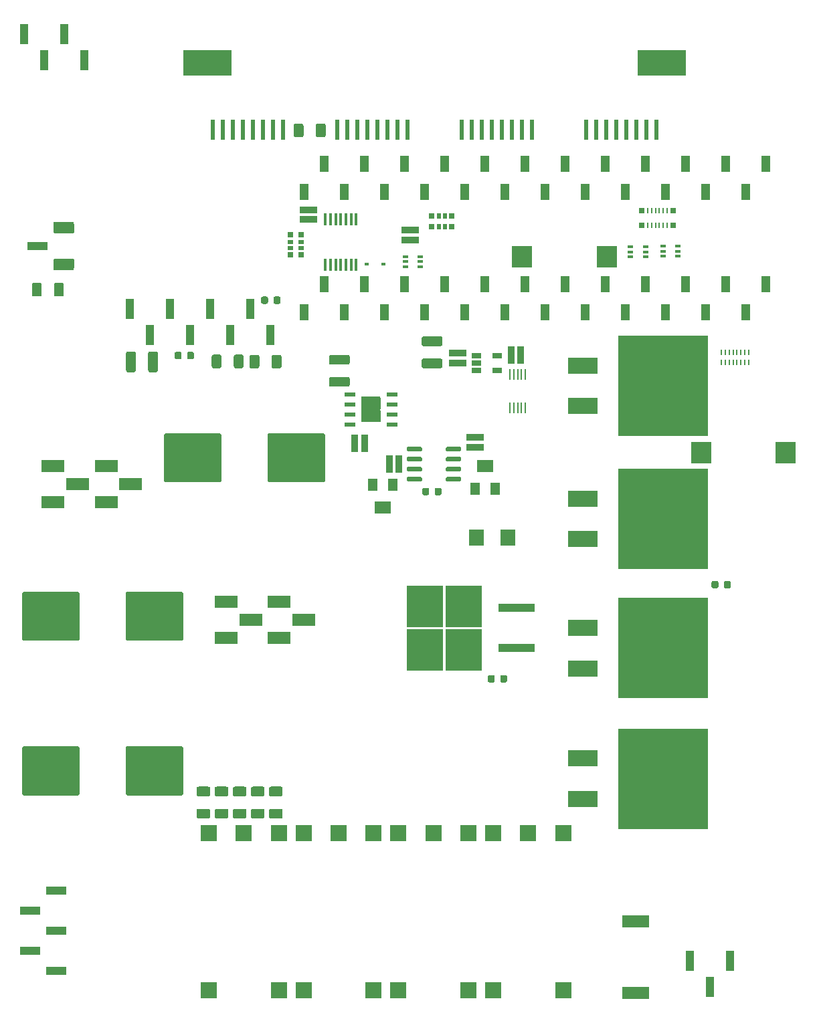
<source format=gtp>
G04 #@! TF.GenerationSoftware,KiCad,Pcbnew,(5.1.6)-1*
G04 #@! TF.CreationDate,2021-06-09T19:53:26-07:00*
G04 #@! TF.ProjectId,Four Channel MHz LED Driver - high current,466f7572-2043-4686-916e-6e656c204d48,rev?*
G04 #@! TF.SameCoordinates,Original*
G04 #@! TF.FileFunction,Paste,Top*
G04 #@! TF.FilePolarity,Positive*
%FSLAX46Y46*%
G04 Gerber Fmt 4.6, Leading zero omitted, Abs format (unit mm)*
G04 Created by KiCad (PCBNEW (5.1.6)-1) date 2021-06-09 19:53:26*
%MOMM*%
%LPD*%
G01*
G04 APERTURE LIST*
%ADD10C,0.010000*%
%ADD11C,0.152400*%
%ADD12R,0.290000X0.787400*%
%ADD13R,0.800000X0.787400*%
%ADD14R,3.800000X2.000000*%
%ADD15R,11.400000X12.700000*%
%ADD16R,3.000000X1.650000*%
%ADD17R,1.020000X1.905000*%
%ADD18R,0.700000X0.640000*%
%ADD19R,0.700000X0.500000*%
%ADD20R,6.220000X3.180000*%
%ADD21R,0.560000X2.540000*%
%ADD22R,0.640000X0.700000*%
%ADD23R,0.500000X0.700000*%
%ADD24R,1.000000X2.510000*%
%ADD25R,0.280000X1.470000*%
%ADD26R,0.900000X2.170000*%
%ADD27R,2.510000X1.000000*%
%ADD28R,0.410000X1.570000*%
%ADD29R,2.170000X0.900000*%
%ADD30R,1.955800X2.159000*%
%ADD31R,0.600000X0.450000*%
%ADD32R,2.600000X2.800000*%
%ADD33R,0.254000X0.685800*%
%ADD34R,1.270000X1.549400*%
%ADD35R,2.006600X1.549400*%
%ADD36R,2.000000X2.000000*%
%ADD37R,1.371600X0.482600*%
%ADD38R,2.413000X3.200400*%
%ADD39R,1.220000X0.650000*%
%ADD40R,4.550000X5.250000*%
%ADD41R,4.600000X1.100000*%
%ADD42R,0.650000X0.400000*%
%ADD43R,3.500000X1.500000*%
G04 APERTURE END LIST*
D10*
G36*
X117960000Y-67068000D02*
G01*
X118980000Y-67068000D01*
X118980000Y-68973000D01*
X117960000Y-68973000D01*
X117960000Y-67068000D01*
G37*
X117960000Y-67068000D02*
X118980000Y-67068000D01*
X118980000Y-68973000D01*
X117960000Y-68973000D01*
X117960000Y-67068000D01*
G36*
X120500000Y-70624000D02*
G01*
X121520000Y-70624000D01*
X121520000Y-72529000D01*
X120500000Y-72529000D01*
X120500000Y-70624000D01*
G37*
X120500000Y-70624000D02*
X121520000Y-70624000D01*
X121520000Y-72529000D01*
X120500000Y-72529000D01*
X120500000Y-70624000D01*
G36*
X148440000Y-67068000D02*
G01*
X149460000Y-67068000D01*
X149460000Y-68973000D01*
X148440000Y-68973000D01*
X148440000Y-67068000D01*
G37*
X148440000Y-67068000D02*
X149460000Y-67068000D01*
X149460000Y-68973000D01*
X148440000Y-68973000D01*
X148440000Y-67068000D01*
G36*
X138280000Y-67068000D02*
G01*
X139300000Y-67068000D01*
X139300000Y-68973000D01*
X138280000Y-68973000D01*
X138280000Y-67068000D01*
G37*
X138280000Y-67068000D02*
X139300000Y-67068000D01*
X139300000Y-68973000D01*
X138280000Y-68973000D01*
X138280000Y-67068000D01*
G36*
X128120000Y-67068000D02*
G01*
X129140000Y-67068000D01*
X129140000Y-68973000D01*
X128120000Y-68973000D01*
X128120000Y-67068000D01*
G37*
X128120000Y-67068000D02*
X129140000Y-67068000D01*
X129140000Y-68973000D01*
X128120000Y-68973000D01*
X128120000Y-67068000D01*
G36*
X133200000Y-67068000D02*
G01*
X134220000Y-67068000D01*
X134220000Y-68973000D01*
X133200000Y-68973000D01*
X133200000Y-67068000D01*
G37*
X133200000Y-67068000D02*
X134220000Y-67068000D01*
X134220000Y-68973000D01*
X133200000Y-68973000D01*
X133200000Y-67068000D01*
G36*
X110340000Y-70624000D02*
G01*
X111360000Y-70624000D01*
X111360000Y-72529000D01*
X110340000Y-72529000D01*
X110340000Y-70624000D01*
G37*
X110340000Y-70624000D02*
X111360000Y-70624000D01*
X111360000Y-72529000D01*
X110340000Y-72529000D01*
X110340000Y-70624000D01*
G36*
X123040000Y-67068000D02*
G01*
X124060000Y-67068000D01*
X124060000Y-68973000D01*
X123040000Y-68973000D01*
X123040000Y-67068000D01*
G37*
X123040000Y-67068000D02*
X124060000Y-67068000D01*
X124060000Y-68973000D01*
X123040000Y-68973000D01*
X123040000Y-67068000D01*
G36*
X145900000Y-70624000D02*
G01*
X146920000Y-70624000D01*
X146920000Y-72529000D01*
X145900000Y-72529000D01*
X145900000Y-70624000D01*
G37*
X145900000Y-70624000D02*
X146920000Y-70624000D01*
X146920000Y-72529000D01*
X145900000Y-72529000D01*
X145900000Y-70624000D01*
G36*
X143360000Y-67068000D02*
G01*
X144380000Y-67068000D01*
X144380000Y-68973000D01*
X143360000Y-68973000D01*
X143360000Y-67068000D01*
G37*
X143360000Y-67068000D02*
X144380000Y-67068000D01*
X144380000Y-68973000D01*
X143360000Y-68973000D01*
X143360000Y-67068000D01*
G36*
X140820000Y-70624000D02*
G01*
X141840000Y-70624000D01*
X141840000Y-72529000D01*
X140820000Y-72529000D01*
X140820000Y-70624000D01*
G37*
X140820000Y-70624000D02*
X141840000Y-70624000D01*
X141840000Y-72529000D01*
X140820000Y-72529000D01*
X140820000Y-70624000D01*
G36*
X107800000Y-67068000D02*
G01*
X108820000Y-67068000D01*
X108820000Y-68973000D01*
X107800000Y-68973000D01*
X107800000Y-67068000D01*
G37*
X107800000Y-67068000D02*
X108820000Y-67068000D01*
X108820000Y-68973000D01*
X107800000Y-68973000D01*
X107800000Y-67068000D01*
G36*
X135740000Y-70624000D02*
G01*
X136760000Y-70624000D01*
X136760000Y-72529000D01*
X135740000Y-72529000D01*
X135740000Y-70624000D01*
G37*
X135740000Y-70624000D02*
X136760000Y-70624000D01*
X136760000Y-72529000D01*
X135740000Y-72529000D01*
X135740000Y-70624000D01*
G36*
X112880000Y-67068000D02*
G01*
X113900000Y-67068000D01*
X113900000Y-68973000D01*
X112880000Y-68973000D01*
X112880000Y-67068000D01*
G37*
X112880000Y-67068000D02*
X113900000Y-67068000D01*
X113900000Y-68973000D01*
X112880000Y-68973000D01*
X112880000Y-67068000D01*
G36*
X130660000Y-70624000D02*
G01*
X131680000Y-70624000D01*
X131680000Y-72529000D01*
X130660000Y-72529000D01*
X130660000Y-70624000D01*
G37*
X130660000Y-70624000D02*
X131680000Y-70624000D01*
X131680000Y-72529000D01*
X130660000Y-72529000D01*
X130660000Y-70624000D01*
G36*
X125580000Y-70624000D02*
G01*
X126600000Y-70624000D01*
X126600000Y-72529000D01*
X125580000Y-72529000D01*
X125580000Y-70624000D01*
G37*
X125580000Y-70624000D02*
X126600000Y-70624000D01*
X126600000Y-72529000D01*
X125580000Y-72529000D01*
X125580000Y-70624000D01*
G36*
X115420000Y-70624000D02*
G01*
X116440000Y-70624000D01*
X116440000Y-72529000D01*
X115420000Y-72529000D01*
X115420000Y-70624000D01*
G37*
X115420000Y-70624000D02*
X116440000Y-70624000D01*
X116440000Y-72529000D01*
X115420000Y-72529000D01*
X115420000Y-70624000D01*
G36*
X95100000Y-70624000D02*
G01*
X96120000Y-70624000D01*
X96120000Y-72529000D01*
X95100000Y-72529000D01*
X95100000Y-70624000D01*
G37*
X95100000Y-70624000D02*
X96120000Y-70624000D01*
X96120000Y-72529000D01*
X95100000Y-72529000D01*
X95100000Y-70624000D01*
G36*
X90020000Y-70624000D02*
G01*
X91040000Y-70624000D01*
X91040000Y-72529000D01*
X90020000Y-72529000D01*
X90020000Y-70624000D01*
G37*
X90020000Y-70624000D02*
X91040000Y-70624000D01*
X91040000Y-72529000D01*
X90020000Y-72529000D01*
X90020000Y-70624000D01*
G36*
X105260000Y-70624000D02*
G01*
X106280000Y-70624000D01*
X106280000Y-72529000D01*
X105260000Y-72529000D01*
X105260000Y-70624000D01*
G37*
X105260000Y-70624000D02*
X106280000Y-70624000D01*
X106280000Y-72529000D01*
X105260000Y-72529000D01*
X105260000Y-70624000D01*
G36*
X92560000Y-67068000D02*
G01*
X93580000Y-67068000D01*
X93580000Y-68973000D01*
X92560000Y-68973000D01*
X92560000Y-67068000D01*
G37*
X92560000Y-67068000D02*
X93580000Y-67068000D01*
X93580000Y-68973000D01*
X92560000Y-68973000D01*
X92560000Y-67068000D01*
G36*
X102720000Y-67068000D02*
G01*
X103740000Y-67068000D01*
X103740000Y-68973000D01*
X102720000Y-68973000D01*
X102720000Y-67068000D01*
G37*
X102720000Y-67068000D02*
X103740000Y-67068000D01*
X103740000Y-68973000D01*
X102720000Y-68973000D01*
X102720000Y-67068000D01*
G36*
X100180000Y-70624000D02*
G01*
X101200000Y-70624000D01*
X101200000Y-72529000D01*
X100180000Y-72529000D01*
X100180000Y-70624000D01*
G37*
X100180000Y-70624000D02*
X101200000Y-70624000D01*
X101200000Y-72529000D01*
X100180000Y-72529000D01*
X100180000Y-70624000D01*
G36*
X97640000Y-67068000D02*
G01*
X98660000Y-67068000D01*
X98660000Y-68973000D01*
X97640000Y-68973000D01*
X97640000Y-67068000D01*
G37*
X97640000Y-67068000D02*
X98660000Y-67068000D01*
X98660000Y-68973000D01*
X97640000Y-68973000D01*
X97640000Y-67068000D01*
G36*
X148440000Y-82308000D02*
G01*
X149460000Y-82308000D01*
X149460000Y-84213000D01*
X148440000Y-84213000D01*
X148440000Y-82308000D01*
G37*
X148440000Y-82308000D02*
X149460000Y-82308000D01*
X149460000Y-84213000D01*
X148440000Y-84213000D01*
X148440000Y-82308000D01*
G36*
X145900000Y-85864000D02*
G01*
X146920000Y-85864000D01*
X146920000Y-87769000D01*
X145900000Y-87769000D01*
X145900000Y-85864000D01*
G37*
X145900000Y-85864000D02*
X146920000Y-85864000D01*
X146920000Y-87769000D01*
X145900000Y-87769000D01*
X145900000Y-85864000D01*
G36*
X143360000Y-82308000D02*
G01*
X144380000Y-82308000D01*
X144380000Y-84213000D01*
X143360000Y-84213000D01*
X143360000Y-82308000D01*
G37*
X143360000Y-82308000D02*
X144380000Y-82308000D01*
X144380000Y-84213000D01*
X143360000Y-84213000D01*
X143360000Y-82308000D01*
G36*
X140820000Y-85864000D02*
G01*
X141840000Y-85864000D01*
X141840000Y-87769000D01*
X140820000Y-87769000D01*
X140820000Y-85864000D01*
G37*
X140820000Y-85864000D02*
X141840000Y-85864000D01*
X141840000Y-87769000D01*
X140820000Y-87769000D01*
X140820000Y-85864000D01*
G36*
X138280000Y-82308000D02*
G01*
X139300000Y-82308000D01*
X139300000Y-84213000D01*
X138280000Y-84213000D01*
X138280000Y-82308000D01*
G37*
X138280000Y-82308000D02*
X139300000Y-82308000D01*
X139300000Y-84213000D01*
X138280000Y-84213000D01*
X138280000Y-82308000D01*
G36*
X135740000Y-85864000D02*
G01*
X136760000Y-85864000D01*
X136760000Y-87769000D01*
X135740000Y-87769000D01*
X135740000Y-85864000D01*
G37*
X135740000Y-85864000D02*
X136760000Y-85864000D01*
X136760000Y-87769000D01*
X135740000Y-87769000D01*
X135740000Y-85864000D01*
G36*
X133200000Y-82308000D02*
G01*
X134220000Y-82308000D01*
X134220000Y-84213000D01*
X133200000Y-84213000D01*
X133200000Y-82308000D01*
G37*
X133200000Y-82308000D02*
X134220000Y-82308000D01*
X134220000Y-84213000D01*
X133200000Y-84213000D01*
X133200000Y-82308000D01*
G36*
X130660000Y-85864000D02*
G01*
X131680000Y-85864000D01*
X131680000Y-87769000D01*
X130660000Y-87769000D01*
X130660000Y-85864000D01*
G37*
X130660000Y-85864000D02*
X131680000Y-85864000D01*
X131680000Y-87769000D01*
X130660000Y-87769000D01*
X130660000Y-85864000D01*
G36*
X128120000Y-82308000D02*
G01*
X129140000Y-82308000D01*
X129140000Y-84213000D01*
X128120000Y-84213000D01*
X128120000Y-82308000D01*
G37*
X128120000Y-82308000D02*
X129140000Y-82308000D01*
X129140000Y-84213000D01*
X128120000Y-84213000D01*
X128120000Y-82308000D01*
G36*
X125580000Y-85864000D02*
G01*
X126600000Y-85864000D01*
X126600000Y-87769000D01*
X125580000Y-87769000D01*
X125580000Y-85864000D01*
G37*
X125580000Y-85864000D02*
X126600000Y-85864000D01*
X126600000Y-87769000D01*
X125580000Y-87769000D01*
X125580000Y-85864000D01*
G36*
X123040000Y-82308000D02*
G01*
X124060000Y-82308000D01*
X124060000Y-84213000D01*
X123040000Y-84213000D01*
X123040000Y-82308000D01*
G37*
X123040000Y-82308000D02*
X124060000Y-82308000D01*
X124060000Y-84213000D01*
X123040000Y-84213000D01*
X123040000Y-82308000D01*
G36*
X120500000Y-85864000D02*
G01*
X121520000Y-85864000D01*
X121520000Y-87769000D01*
X120500000Y-87769000D01*
X120500000Y-85864000D01*
G37*
X120500000Y-85864000D02*
X121520000Y-85864000D01*
X121520000Y-87769000D01*
X120500000Y-87769000D01*
X120500000Y-85864000D01*
G36*
X117960000Y-82308000D02*
G01*
X118980000Y-82308000D01*
X118980000Y-84213000D01*
X117960000Y-84213000D01*
X117960000Y-82308000D01*
G37*
X117960000Y-82308000D02*
X118980000Y-82308000D01*
X118980000Y-84213000D01*
X117960000Y-84213000D01*
X117960000Y-82308000D01*
G36*
X115420000Y-85864000D02*
G01*
X116440000Y-85864000D01*
X116440000Y-87769000D01*
X115420000Y-87769000D01*
X115420000Y-85864000D01*
G37*
X115420000Y-85864000D02*
X116440000Y-85864000D01*
X116440000Y-87769000D01*
X115420000Y-87769000D01*
X115420000Y-85864000D01*
G36*
X112880000Y-82308000D02*
G01*
X113900000Y-82308000D01*
X113900000Y-84213000D01*
X112880000Y-84213000D01*
X112880000Y-82308000D01*
G37*
X112880000Y-82308000D02*
X113900000Y-82308000D01*
X113900000Y-84213000D01*
X112880000Y-84213000D01*
X112880000Y-82308000D01*
G36*
X110340000Y-85864000D02*
G01*
X111360000Y-85864000D01*
X111360000Y-87769000D01*
X110340000Y-87769000D01*
X110340000Y-85864000D01*
G37*
X110340000Y-85864000D02*
X111360000Y-85864000D01*
X111360000Y-87769000D01*
X110340000Y-87769000D01*
X110340000Y-85864000D01*
G36*
X107800000Y-82308000D02*
G01*
X108820000Y-82308000D01*
X108820000Y-84213000D01*
X107800000Y-84213000D01*
X107800000Y-82308000D01*
G37*
X107800000Y-82308000D02*
X108820000Y-82308000D01*
X108820000Y-84213000D01*
X107800000Y-84213000D01*
X107800000Y-82308000D01*
G36*
X105260000Y-85864000D02*
G01*
X106280000Y-85864000D01*
X106280000Y-87769000D01*
X105260000Y-87769000D01*
X105260000Y-85864000D01*
G37*
X105260000Y-85864000D02*
X106280000Y-85864000D01*
X106280000Y-87769000D01*
X105260000Y-87769000D01*
X105260000Y-85864000D01*
G36*
X102720000Y-82308000D02*
G01*
X103740000Y-82308000D01*
X103740000Y-84213000D01*
X102720000Y-84213000D01*
X102720000Y-82308000D01*
G37*
X102720000Y-82308000D02*
X103740000Y-82308000D01*
X103740000Y-84213000D01*
X102720000Y-84213000D01*
X102720000Y-82308000D01*
G36*
X100180000Y-85864000D02*
G01*
X101200000Y-85864000D01*
X101200000Y-87769000D01*
X100180000Y-87769000D01*
X100180000Y-85864000D01*
G37*
X100180000Y-85864000D02*
X101200000Y-85864000D01*
X101200000Y-87769000D01*
X100180000Y-87769000D01*
X100180000Y-85864000D01*
G36*
X97640000Y-82308000D02*
G01*
X98660000Y-82308000D01*
X98660000Y-84213000D01*
X97640000Y-84213000D01*
X97640000Y-82308000D01*
G37*
X97640000Y-82308000D02*
X98660000Y-82308000D01*
X98660000Y-84213000D01*
X97640000Y-84213000D01*
X97640000Y-82308000D01*
G36*
X95100000Y-85864000D02*
G01*
X96120000Y-85864000D01*
X96120000Y-87769000D01*
X95100000Y-87769000D01*
X95100000Y-85864000D01*
G37*
X95100000Y-85864000D02*
X96120000Y-85864000D01*
X96120000Y-87769000D01*
X95100000Y-87769000D01*
X95100000Y-85864000D01*
G36*
X92560000Y-82308000D02*
G01*
X93580000Y-82308000D01*
X93580000Y-84213000D01*
X92560000Y-84213000D01*
X92560000Y-82308000D01*
G37*
X92560000Y-82308000D02*
X93580000Y-82308000D01*
X93580000Y-84213000D01*
X92560000Y-84213000D01*
X92560000Y-82308000D01*
G36*
X90020000Y-85864000D02*
G01*
X91040000Y-85864000D01*
X91040000Y-87769000D01*
X90020000Y-87769000D01*
X90020000Y-85864000D01*
G37*
X90020000Y-85864000D02*
X91040000Y-85864000D01*
X91040000Y-87769000D01*
X90020000Y-87769000D01*
X90020000Y-85864000D01*
D11*
X100136500Y-100670200D02*
X100136500Y-99270000D01*
X100136500Y-99270000D02*
X97923500Y-99270000D01*
X97923500Y-99270000D02*
X97923500Y-100670200D01*
X97923500Y-100670200D02*
X100136500Y-100670200D01*
X100136500Y-99070000D02*
X100136500Y-97669800D01*
X100136500Y-97669800D02*
X97923500Y-97669800D01*
X97923500Y-97669800D02*
X97923500Y-99070000D01*
X97923500Y-99070000D02*
X100136500Y-99070000D01*
D12*
X136010156Y-75834400D03*
X136503678Y-75834400D03*
X134036068Y-75834400D03*
X134529590Y-75834400D03*
X135516634Y-75834400D03*
X134036068Y-74005600D03*
X135023112Y-75834400D03*
X134529590Y-74005600D03*
X135023112Y-74005600D03*
X135516634Y-74005600D03*
X136010156Y-74005600D03*
X136503678Y-74005600D03*
D13*
X137251200Y-74005600D03*
X133288800Y-74005600D03*
X133288800Y-75834400D03*
X137251200Y-75834400D03*
G36*
G01*
X142987500Y-121093750D02*
X142987500Y-121606250D01*
G75*
G02*
X142768750Y-121825000I-218750J0D01*
G01*
X142331250Y-121825000D01*
G75*
G02*
X142112500Y-121606250I0J218750D01*
G01*
X142112500Y-121093750D01*
G75*
G02*
X142331250Y-120875000I218750J0D01*
G01*
X142768750Y-120875000D01*
G75*
G02*
X142987500Y-121093750I0J-218750D01*
G01*
G37*
G36*
G01*
X144562500Y-121093750D02*
X144562500Y-121606250D01*
G75*
G02*
X144343750Y-121825000I-218750J0D01*
G01*
X143906250Y-121825000D01*
G75*
G02*
X143687500Y-121606250I0J218750D01*
G01*
X143687500Y-121093750D01*
G75*
G02*
X143906250Y-120875000I218750J0D01*
G01*
X144343750Y-120875000D01*
G75*
G02*
X144562500Y-121093750I0J-218750D01*
G01*
G37*
D14*
X125820000Y-98740000D03*
X125820000Y-93640000D03*
D15*
X136020000Y-96190000D03*
D14*
X125830000Y-115570000D03*
X125830000Y-110470000D03*
D15*
X136030000Y-113020000D03*
D14*
X125830000Y-148460000D03*
X125830000Y-143360000D03*
D15*
X136030000Y-145910000D03*
D14*
X125830000Y-131940000D03*
X125830000Y-126840000D03*
D15*
X136030000Y-129390000D03*
D16*
X87430000Y-123545000D03*
X87430000Y-128115000D03*
X90530000Y-125830000D03*
X80720000Y-128115000D03*
X83820000Y-125830000D03*
X80720000Y-123545000D03*
D17*
X148950000Y-83260000D03*
X146410000Y-86816000D03*
X143870000Y-83260000D03*
X141330000Y-86816000D03*
X138790000Y-83260000D03*
X136250000Y-86816000D03*
X133710000Y-83260000D03*
X131170000Y-86816000D03*
X128630000Y-83260000D03*
X126090000Y-86816000D03*
X123550000Y-83260000D03*
X121010000Y-86816000D03*
X118470000Y-83260000D03*
X115930000Y-86816000D03*
X113390000Y-83260000D03*
X110850000Y-86816000D03*
X108310000Y-83260000D03*
X105770000Y-86816000D03*
X103230000Y-83260000D03*
X100690000Y-86816000D03*
X98150000Y-83260000D03*
X95610000Y-86816000D03*
X93070000Y-83260000D03*
X90530000Y-86816000D03*
X100690000Y-71576000D03*
X118470000Y-68020000D03*
X128630000Y-68020000D03*
X133710000Y-68020000D03*
X143870000Y-68020000D03*
X146410000Y-71576000D03*
X113390000Y-68020000D03*
X95610000Y-71576000D03*
X103230000Y-68020000D03*
X108310000Y-68020000D03*
X110850000Y-71576000D03*
X123550000Y-68020000D03*
X136250000Y-71576000D03*
X126090000Y-71576000D03*
X138790000Y-68020000D03*
X90530000Y-71576000D03*
X105770000Y-71576000D03*
X93070000Y-68020000D03*
X98150000Y-68020000D03*
X115930000Y-71576000D03*
X131170000Y-71576000D03*
X141330000Y-71576000D03*
X148950000Y-68020000D03*
X121010000Y-71576000D03*
D18*
X90190000Y-79610000D03*
D19*
X90190000Y-77940000D03*
X90190000Y-78740000D03*
D18*
X90190000Y-77070000D03*
D19*
X88790000Y-78740000D03*
D18*
X88790000Y-79610000D03*
D19*
X88790000Y-77940000D03*
D18*
X88790000Y-77070000D03*
D16*
X65510000Y-106335000D03*
X65510000Y-110905000D03*
X68610000Y-108620000D03*
X58800000Y-110905000D03*
X61900000Y-108620000D03*
X58800000Y-106335000D03*
D20*
X135852500Y-55310000D03*
X78292500Y-55310000D03*
D21*
X135135000Y-63760000D03*
X133865000Y-63760000D03*
X132595000Y-63760000D03*
X131325000Y-63760000D03*
X130055000Y-63760000D03*
X128785000Y-63760000D03*
X127515000Y-63760000D03*
X126245000Y-63760000D03*
X119390000Y-63760000D03*
X118120000Y-63760000D03*
X116850000Y-63760000D03*
X115580000Y-63760000D03*
X114310000Y-63760000D03*
X113040000Y-63760000D03*
X111770000Y-63760000D03*
X110500000Y-63760000D03*
X103645000Y-63760000D03*
X102375000Y-63760000D03*
X101105000Y-63760000D03*
X99835000Y-63760000D03*
X98565000Y-63760000D03*
X97295000Y-63760000D03*
X96025000Y-63760000D03*
X94755000Y-63760000D03*
X87900000Y-63760000D03*
X86630000Y-63760000D03*
X85360000Y-63760000D03*
X84090000Y-63760000D03*
X82820000Y-63760000D03*
X81550000Y-63760000D03*
X80280000Y-63760000D03*
X79010000Y-63760000D03*
D22*
X109260000Y-74650000D03*
D23*
X107590000Y-74650000D03*
X108390000Y-74650000D03*
D22*
X106720000Y-74650000D03*
D23*
X108390000Y-76050000D03*
D22*
X109260000Y-76050000D03*
D23*
X107590000Y-76050000D03*
D22*
X106720000Y-76050000D03*
G36*
G01*
X62160000Y-142003600D02*
X62160000Y-147856400D01*
G75*
G02*
X61986400Y-148030000I-173600J0D01*
G01*
X55033600Y-148030000D01*
G75*
G02*
X54860000Y-147856400I0J173600D01*
G01*
X54860000Y-142003600D01*
G75*
G02*
X55033600Y-141830000I173600J0D01*
G01*
X61986400Y-141830000D01*
G75*
G02*
X62160000Y-142003600I0J-173600D01*
G01*
G37*
G36*
G01*
X75260000Y-142003600D02*
X75260000Y-147856400D01*
G75*
G02*
X75086400Y-148030000I-173600J0D01*
G01*
X68133600Y-148030000D01*
G75*
G02*
X67960000Y-147856400I0J173600D01*
G01*
X67960000Y-142003600D01*
G75*
G02*
X68133600Y-141830000I173600J0D01*
G01*
X75086400Y-141830000D01*
G75*
G02*
X75260000Y-142003600I0J-173600D01*
G01*
G37*
G36*
G01*
X62170000Y-122433600D02*
X62170000Y-128286400D01*
G75*
G02*
X61996400Y-128460000I-173600J0D01*
G01*
X55043600Y-128460000D01*
G75*
G02*
X54870000Y-128286400I0J173600D01*
G01*
X54870000Y-122433600D01*
G75*
G02*
X55043600Y-122260000I173600J0D01*
G01*
X61996400Y-122260000D01*
G75*
G02*
X62170000Y-122433600I0J-173600D01*
G01*
G37*
G36*
G01*
X75270000Y-122433600D02*
X75270000Y-128286400D01*
G75*
G02*
X75096400Y-128460000I-173600J0D01*
G01*
X68143600Y-128460000D01*
G75*
G02*
X67970000Y-128286400I0J173600D01*
G01*
X67970000Y-122433600D01*
G75*
G02*
X68143600Y-122260000I173600J0D01*
G01*
X75096400Y-122260000D01*
G75*
G02*
X75270000Y-122433600I0J-173600D01*
G01*
G37*
G36*
G01*
X85910000Y-108226400D02*
X85910000Y-102373600D01*
G75*
G02*
X86083600Y-102200000I173600J0D01*
G01*
X93036400Y-102200000D01*
G75*
G02*
X93210000Y-102373600I0J-173600D01*
G01*
X93210000Y-108226400D01*
G75*
G02*
X93036400Y-108400000I-173600J0D01*
G01*
X86083600Y-108400000D01*
G75*
G02*
X85910000Y-108226400I0J173600D01*
G01*
G37*
G36*
G01*
X72810000Y-108226400D02*
X72810000Y-102373600D01*
G75*
G02*
X72983600Y-102200000I173600J0D01*
G01*
X79936400Y-102200000D01*
G75*
G02*
X80110000Y-102373600I0J-173600D01*
G01*
X80110000Y-108226400D01*
G75*
G02*
X79936400Y-108400000I-173600J0D01*
G01*
X72983600Y-108400000D01*
G75*
G02*
X72810000Y-108226400I0J173600D01*
G01*
G37*
D24*
X83750000Y-86410000D03*
X78670000Y-86410000D03*
X73590000Y-86410000D03*
X68510000Y-86410000D03*
X86290000Y-89720000D03*
X81210000Y-89720000D03*
X76130000Y-89720000D03*
X71050000Y-89720000D03*
G36*
G01*
X105485000Y-107850000D02*
X105485000Y-108150000D01*
G75*
G02*
X105335000Y-108300000I-150000J0D01*
G01*
X103685000Y-108300000D01*
G75*
G02*
X103535000Y-108150000I0J150000D01*
G01*
X103535000Y-107850000D01*
G75*
G02*
X103685000Y-107700000I150000J0D01*
G01*
X105335000Y-107700000D01*
G75*
G02*
X105485000Y-107850000I0J-150000D01*
G01*
G37*
G36*
G01*
X105485000Y-106580000D02*
X105485000Y-106880000D01*
G75*
G02*
X105335000Y-107030000I-150000J0D01*
G01*
X103685000Y-107030000D01*
G75*
G02*
X103535000Y-106880000I0J150000D01*
G01*
X103535000Y-106580000D01*
G75*
G02*
X103685000Y-106430000I150000J0D01*
G01*
X105335000Y-106430000D01*
G75*
G02*
X105485000Y-106580000I0J-150000D01*
G01*
G37*
G36*
G01*
X105485000Y-105310000D02*
X105485000Y-105610000D01*
G75*
G02*
X105335000Y-105760000I-150000J0D01*
G01*
X103685000Y-105760000D01*
G75*
G02*
X103535000Y-105610000I0J150000D01*
G01*
X103535000Y-105310000D01*
G75*
G02*
X103685000Y-105160000I150000J0D01*
G01*
X105335000Y-105160000D01*
G75*
G02*
X105485000Y-105310000I0J-150000D01*
G01*
G37*
G36*
G01*
X105485000Y-104040000D02*
X105485000Y-104340000D01*
G75*
G02*
X105335000Y-104490000I-150000J0D01*
G01*
X103685000Y-104490000D01*
G75*
G02*
X103535000Y-104340000I0J150000D01*
G01*
X103535000Y-104040000D01*
G75*
G02*
X103685000Y-103890000I150000J0D01*
G01*
X105335000Y-103890000D01*
G75*
G02*
X105485000Y-104040000I0J-150000D01*
G01*
G37*
G36*
G01*
X110435000Y-104040000D02*
X110435000Y-104340000D01*
G75*
G02*
X110285000Y-104490000I-150000J0D01*
G01*
X108635000Y-104490000D01*
G75*
G02*
X108485000Y-104340000I0J150000D01*
G01*
X108485000Y-104040000D01*
G75*
G02*
X108635000Y-103890000I150000J0D01*
G01*
X110285000Y-103890000D01*
G75*
G02*
X110435000Y-104040000I0J-150000D01*
G01*
G37*
G36*
G01*
X110435000Y-105310000D02*
X110435000Y-105610000D01*
G75*
G02*
X110285000Y-105760000I-150000J0D01*
G01*
X108635000Y-105760000D01*
G75*
G02*
X108485000Y-105610000I0J150000D01*
G01*
X108485000Y-105310000D01*
G75*
G02*
X108635000Y-105160000I150000J0D01*
G01*
X110285000Y-105160000D01*
G75*
G02*
X110435000Y-105310000I0J-150000D01*
G01*
G37*
G36*
G01*
X110435000Y-106580000D02*
X110435000Y-106880000D01*
G75*
G02*
X110285000Y-107030000I-150000J0D01*
G01*
X108635000Y-107030000D01*
G75*
G02*
X108485000Y-106880000I0J150000D01*
G01*
X108485000Y-106580000D01*
G75*
G02*
X108635000Y-106430000I150000J0D01*
G01*
X110285000Y-106430000D01*
G75*
G02*
X110435000Y-106580000I0J-150000D01*
G01*
G37*
G36*
G01*
X110435000Y-107850000D02*
X110435000Y-108150000D01*
G75*
G02*
X110285000Y-108300000I-150000J0D01*
G01*
X108635000Y-108300000D01*
G75*
G02*
X108485000Y-108150000I0J150000D01*
G01*
X108485000Y-107850000D01*
G75*
G02*
X108635000Y-107700000I150000J0D01*
G01*
X110285000Y-107700000D01*
G75*
G02*
X110435000Y-107850000I0J-150000D01*
G01*
G37*
D25*
X118580000Y-94700000D03*
X118080000Y-94700000D03*
X117580000Y-94700000D03*
X117080000Y-94700000D03*
X116580000Y-94700000D03*
X116580000Y-99000000D03*
X117080000Y-99000000D03*
X117580000Y-99000000D03*
X118080000Y-99000000D03*
X118580000Y-99000000D03*
D26*
X117960000Y-92270000D03*
X116740000Y-92270000D03*
D27*
X60135000Y-81020000D03*
X60135000Y-75940000D03*
X56825000Y-78480000D03*
D28*
X93250000Y-80830000D03*
X93900000Y-80830000D03*
X94550000Y-80830000D03*
X95200000Y-80830000D03*
X95850000Y-80830000D03*
X96500000Y-80830000D03*
X97150000Y-80830000D03*
X97150000Y-75090000D03*
X96500000Y-75090000D03*
X95850000Y-75090000D03*
X95200000Y-75090000D03*
X94550000Y-75090000D03*
X93900000Y-75090000D03*
X93250000Y-75090000D03*
G36*
G01*
X78445000Y-148175000D02*
X77195000Y-148175000D01*
G75*
G02*
X76945000Y-147925000I0J250000D01*
G01*
X76945000Y-147175000D01*
G75*
G02*
X77195000Y-146925000I250000J0D01*
G01*
X78445000Y-146925000D01*
G75*
G02*
X78695000Y-147175000I0J-250000D01*
G01*
X78695000Y-147925000D01*
G75*
G02*
X78445000Y-148175000I-250000J0D01*
G01*
G37*
G36*
G01*
X78445000Y-150975000D02*
X77195000Y-150975000D01*
G75*
G02*
X76945000Y-150725000I0J250000D01*
G01*
X76945000Y-149975000D01*
G75*
G02*
X77195000Y-149725000I250000J0D01*
G01*
X78445000Y-149725000D01*
G75*
G02*
X78695000Y-149975000I0J-250000D01*
G01*
X78695000Y-150725000D01*
G75*
G02*
X78445000Y-150975000I-250000J0D01*
G01*
G37*
G36*
G01*
X58915000Y-84615000D02*
X58915000Y-83365000D01*
G75*
G02*
X59165000Y-83115000I250000J0D01*
G01*
X59915000Y-83115000D01*
G75*
G02*
X60165000Y-83365000I0J-250000D01*
G01*
X60165000Y-84615000D01*
G75*
G02*
X59915000Y-84865000I-250000J0D01*
G01*
X59165000Y-84865000D01*
G75*
G02*
X58915000Y-84615000I0J250000D01*
G01*
G37*
G36*
G01*
X56115000Y-84615000D02*
X56115000Y-83365000D01*
G75*
G02*
X56365000Y-83115000I250000J0D01*
G01*
X57115000Y-83115000D01*
G75*
G02*
X57365000Y-83365000I0J-250000D01*
G01*
X57365000Y-84615000D01*
G75*
G02*
X57115000Y-84865000I-250000J0D01*
G01*
X56365000Y-84865000D01*
G75*
G02*
X56115000Y-84615000I0J250000D01*
G01*
G37*
G36*
G01*
X80115000Y-92455000D02*
X80115000Y-93705000D01*
G75*
G02*
X79865000Y-93955000I-250000J0D01*
G01*
X79115000Y-93955000D01*
G75*
G02*
X78865000Y-93705000I0J250000D01*
G01*
X78865000Y-92455000D01*
G75*
G02*
X79115000Y-92205000I250000J0D01*
G01*
X79865000Y-92205000D01*
G75*
G02*
X80115000Y-92455000I0J-250000D01*
G01*
G37*
G36*
G01*
X82915000Y-92455000D02*
X82915000Y-93705000D01*
G75*
G02*
X82665000Y-93955000I-250000J0D01*
G01*
X81915000Y-93955000D01*
G75*
G02*
X81665000Y-93705000I0J250000D01*
G01*
X81665000Y-92455000D01*
G75*
G02*
X81915000Y-92205000I250000J0D01*
G01*
X82665000Y-92205000D01*
G75*
G02*
X82915000Y-92455000I0J-250000D01*
G01*
G37*
D29*
X110030000Y-93260000D03*
X110030000Y-92040000D03*
D26*
X96980000Y-103440000D03*
X98200000Y-103440000D03*
D29*
X104020000Y-77690000D03*
X104020000Y-76470000D03*
G36*
G01*
X86002500Y-85073750D02*
X86002500Y-85586250D01*
G75*
G02*
X85783750Y-85805000I-218750J0D01*
G01*
X85346250Y-85805000D01*
G75*
G02*
X85127500Y-85586250I0J218750D01*
G01*
X85127500Y-85073750D01*
G75*
G02*
X85346250Y-84855000I218750J0D01*
G01*
X85783750Y-84855000D01*
G75*
G02*
X86002500Y-85073750I0J-218750D01*
G01*
G37*
G36*
G01*
X87577500Y-85073750D02*
X87577500Y-85586250D01*
G75*
G02*
X87358750Y-85805000I-218750J0D01*
G01*
X86921250Y-85805000D01*
G75*
G02*
X86702500Y-85586250I0J218750D01*
G01*
X86702500Y-85073750D01*
G75*
G02*
X86921250Y-84855000I218750J0D01*
G01*
X87358750Y-84855000D01*
G75*
G02*
X87577500Y-85073750I0J-218750D01*
G01*
G37*
G36*
G01*
X75057500Y-92073750D02*
X75057500Y-92586250D01*
G75*
G02*
X74838750Y-92805000I-218750J0D01*
G01*
X74401250Y-92805000D01*
G75*
G02*
X74182500Y-92586250I0J218750D01*
G01*
X74182500Y-92073750D01*
G75*
G02*
X74401250Y-91855000I218750J0D01*
G01*
X74838750Y-91855000D01*
G75*
G02*
X75057500Y-92073750I0J-218750D01*
G01*
G37*
G36*
G01*
X76632500Y-92073750D02*
X76632500Y-92586250D01*
G75*
G02*
X76413750Y-92805000I-218750J0D01*
G01*
X75976250Y-92805000D01*
G75*
G02*
X75757500Y-92586250I0J218750D01*
G01*
X75757500Y-92073750D01*
G75*
G02*
X75976250Y-91855000I218750J0D01*
G01*
X76413750Y-91855000D01*
G75*
G02*
X76632500Y-92073750I0J-218750D01*
G01*
G37*
D30*
X116320000Y-115420000D03*
X112383000Y-115420000D03*
D31*
X98510000Y-80720000D03*
X100610000Y-80720000D03*
G36*
G01*
X92035000Y-64455000D02*
X92035000Y-63205000D01*
G75*
G02*
X92285000Y-62955000I250000J0D01*
G01*
X93035000Y-62955000D01*
G75*
G02*
X93285000Y-63205000I0J-250000D01*
G01*
X93285000Y-64455000D01*
G75*
G02*
X93035000Y-64705000I-250000J0D01*
G01*
X92285000Y-64705000D01*
G75*
G02*
X92035000Y-64455000I0J250000D01*
G01*
G37*
G36*
G01*
X89235000Y-64455000D02*
X89235000Y-63205000D01*
G75*
G02*
X89485000Y-62955000I250000J0D01*
G01*
X90235000Y-62955000D01*
G75*
G02*
X90485000Y-63205000I0J-250000D01*
G01*
X90485000Y-64455000D01*
G75*
G02*
X90235000Y-64705000I-250000J0D01*
G01*
X89485000Y-64705000D01*
G75*
G02*
X89235000Y-64455000I0J250000D01*
G01*
G37*
D32*
X140780000Y-104610000D03*
X151480000Y-104610000D03*
G36*
G01*
X61255001Y-76895000D02*
X59104999Y-76895000D01*
G75*
G02*
X58855000Y-76645001I0J249999D01*
G01*
X58855000Y-75794999D01*
G75*
G02*
X59104999Y-75545000I249999J0D01*
G01*
X61255001Y-75545000D01*
G75*
G02*
X61505000Y-75794999I0J-249999D01*
G01*
X61505000Y-76645001D01*
G75*
G02*
X61255001Y-76895000I-249999J0D01*
G01*
G37*
G36*
G01*
X61255001Y-81395000D02*
X59104999Y-81395000D01*
G75*
G02*
X58855000Y-81145001I0J249999D01*
G01*
X58855000Y-80294999D01*
G75*
G02*
X59104999Y-80045000I249999J0D01*
G01*
X61255001Y-80045000D01*
G75*
G02*
X61505000Y-80294999I0J-249999D01*
G01*
X61505000Y-81145001D01*
G75*
G02*
X61255001Y-81395000I-249999J0D01*
G01*
G37*
G36*
G01*
X105675000Y-92705000D02*
X107825000Y-92705000D01*
G75*
G02*
X108075000Y-92955000I0J-250000D01*
G01*
X108075000Y-93705000D01*
G75*
G02*
X107825000Y-93955000I-250000J0D01*
G01*
X105675000Y-93955000D01*
G75*
G02*
X105425000Y-93705000I0J250000D01*
G01*
X105425000Y-92955000D01*
G75*
G02*
X105675000Y-92705000I250000J0D01*
G01*
G37*
G36*
G01*
X105675000Y-89905000D02*
X107825000Y-89905000D01*
G75*
G02*
X108075000Y-90155000I0J-250000D01*
G01*
X108075000Y-90905000D01*
G75*
G02*
X107825000Y-91155000I-250000J0D01*
G01*
X105675000Y-91155000D01*
G75*
G02*
X105425000Y-90905000I0J250000D01*
G01*
X105425000Y-90155000D01*
G75*
G02*
X105675000Y-89905000I250000J0D01*
G01*
G37*
G36*
G01*
X93955000Y-95045000D02*
X96105000Y-95045000D01*
G75*
G02*
X96355000Y-95295000I0J-250000D01*
G01*
X96355000Y-96045000D01*
G75*
G02*
X96105000Y-96295000I-250000J0D01*
G01*
X93955000Y-96295000D01*
G75*
G02*
X93705000Y-96045000I0J250000D01*
G01*
X93705000Y-95295000D01*
G75*
G02*
X93955000Y-95045000I250000J0D01*
G01*
G37*
G36*
G01*
X93955000Y-92245000D02*
X96105000Y-92245000D01*
G75*
G02*
X96355000Y-92495000I0J-250000D01*
G01*
X96355000Y-93245000D01*
G75*
G02*
X96105000Y-93495000I-250000J0D01*
G01*
X93955000Y-93495000D01*
G75*
G02*
X93705000Y-93245000I0J250000D01*
G01*
X93705000Y-92495000D01*
G75*
G02*
X93955000Y-92245000I250000J0D01*
G01*
G37*
D33*
X146840003Y-91919600D03*
X146340001Y-91919600D03*
X145840002Y-91919600D03*
X145340001Y-91919600D03*
X144840001Y-91919600D03*
X144340003Y-91919600D03*
X143840001Y-91919600D03*
X143340002Y-91919600D03*
X143339999Y-93210000D03*
X143840001Y-93210000D03*
X144340000Y-93210000D03*
X144840001Y-93210000D03*
X145340001Y-93210000D03*
X145839999Y-93210000D03*
X146340001Y-93210000D03*
X146840000Y-93210000D03*
D34*
X101790000Y-108674400D03*
D35*
X100520000Y-111570000D03*
D34*
X99250000Y-108674400D03*
D24*
X144450000Y-168945000D03*
X139370000Y-168945000D03*
X141910000Y-172255000D03*
D27*
X59210000Y-170220000D03*
X59210000Y-165140000D03*
X59210000Y-160060000D03*
X55900000Y-167680000D03*
X55900000Y-162600000D03*
D36*
X102500000Y-172700000D03*
X111360000Y-172700000D03*
X106930000Y-152810000D03*
X102500000Y-152810000D03*
X111360000Y-152810000D03*
D37*
X101697000Y-101075000D03*
X101697000Y-99805000D03*
X101697000Y-98535000D03*
X101697000Y-97265000D03*
X96363000Y-97265000D03*
X96363000Y-98535000D03*
X96363000Y-99805000D03*
X96363000Y-101075000D03*
D38*
X99030000Y-99170000D03*
D39*
X114970000Y-92340000D03*
X114970000Y-94240000D03*
X112350000Y-94240000D03*
X112350000Y-93290000D03*
X112350000Y-92340000D03*
D40*
X110730000Y-124080000D03*
X105880000Y-129630000D03*
X110730000Y-129630000D03*
X105880000Y-124080000D03*
D41*
X117455000Y-124315000D03*
X117455000Y-129395000D03*
D36*
X114490000Y-172700000D03*
X123350000Y-172700000D03*
X118920000Y-152810000D03*
X114490000Y-152810000D03*
X123350000Y-152810000D03*
D32*
X128850000Y-79850000D03*
X118150000Y-79850000D03*
D42*
X131860000Y-79860000D03*
X131860000Y-78560000D03*
X133760000Y-79210000D03*
X131860000Y-79210000D03*
X133760000Y-78560000D03*
X133760000Y-79860000D03*
X105250000Y-79810000D03*
X105250000Y-81110000D03*
X103350000Y-80460000D03*
X105250000Y-80460000D03*
X103350000Y-81110000D03*
X103350000Y-79810000D03*
D43*
X132500000Y-164020000D03*
X132500000Y-173020000D03*
G36*
G01*
X87605000Y-148175000D02*
X86355000Y-148175000D01*
G75*
G02*
X86105000Y-147925000I0J250000D01*
G01*
X86105000Y-147175000D01*
G75*
G02*
X86355000Y-146925000I250000J0D01*
G01*
X87605000Y-146925000D01*
G75*
G02*
X87855000Y-147175000I0J-250000D01*
G01*
X87855000Y-147925000D01*
G75*
G02*
X87605000Y-148175000I-250000J0D01*
G01*
G37*
G36*
G01*
X87605000Y-150975000D02*
X86355000Y-150975000D01*
G75*
G02*
X86105000Y-150725000I0J250000D01*
G01*
X86105000Y-149975000D01*
G75*
G02*
X86355000Y-149725000I250000J0D01*
G01*
X87605000Y-149725000D01*
G75*
G02*
X87855000Y-149975000I0J-250000D01*
G01*
X87855000Y-150725000D01*
G75*
G02*
X87605000Y-150975000I-250000J0D01*
G01*
G37*
D24*
X60180000Y-51630000D03*
X55100000Y-51630000D03*
X62720000Y-54940000D03*
X57640000Y-54940000D03*
D36*
X90500000Y-172700000D03*
X99360000Y-172700000D03*
X94930000Y-152810000D03*
X90500000Y-152810000D03*
X99360000Y-152810000D03*
X78500000Y-172700000D03*
X87360000Y-172700000D03*
X82930000Y-152810000D03*
X78500000Y-152810000D03*
X87360000Y-152810000D03*
G36*
G01*
X114682500Y-133023750D02*
X114682500Y-133536250D01*
G75*
G02*
X114463750Y-133755000I-218750J0D01*
G01*
X114026250Y-133755000D01*
G75*
G02*
X113807500Y-133536250I0J218750D01*
G01*
X113807500Y-133023750D01*
G75*
G02*
X114026250Y-132805000I218750J0D01*
G01*
X114463750Y-132805000D01*
G75*
G02*
X114682500Y-133023750I0J-218750D01*
G01*
G37*
G36*
G01*
X116257500Y-133023750D02*
X116257500Y-133536250D01*
G75*
G02*
X116038750Y-133755000I-218750J0D01*
G01*
X115601250Y-133755000D01*
G75*
G02*
X115382500Y-133536250I0J218750D01*
G01*
X115382500Y-133023750D01*
G75*
G02*
X115601250Y-132805000I218750J0D01*
G01*
X116038750Y-132805000D01*
G75*
G02*
X116257500Y-133023750I0J-218750D01*
G01*
G37*
D34*
X112200000Y-109220000D03*
D35*
X113470000Y-106324400D03*
D34*
X114740000Y-109220000D03*
G36*
G01*
X70825000Y-94215000D02*
X70825000Y-92065000D01*
G75*
G02*
X71075000Y-91815000I250000J0D01*
G01*
X71825000Y-91815000D01*
G75*
G02*
X72075000Y-92065000I0J-250000D01*
G01*
X72075000Y-94215000D01*
G75*
G02*
X71825000Y-94465000I-250000J0D01*
G01*
X71075000Y-94465000D01*
G75*
G02*
X70825000Y-94215000I0J250000D01*
G01*
G37*
G36*
G01*
X68025000Y-94215000D02*
X68025000Y-92065000D01*
G75*
G02*
X68275000Y-91815000I250000J0D01*
G01*
X69025000Y-91815000D01*
G75*
G02*
X69275000Y-92065000I0J-250000D01*
G01*
X69275000Y-94215000D01*
G75*
G02*
X69025000Y-94465000I-250000J0D01*
G01*
X68275000Y-94465000D01*
G75*
G02*
X68025000Y-94215000I0J250000D01*
G01*
G37*
D42*
X137890000Y-78460000D03*
X137890000Y-79760000D03*
X135990000Y-79110000D03*
X137890000Y-79110000D03*
X135990000Y-79760000D03*
X135990000Y-78460000D03*
D29*
X91110000Y-75090000D03*
X91110000Y-73870000D03*
G36*
G01*
X107082500Y-109816250D02*
X107082500Y-109303750D01*
G75*
G02*
X107301250Y-109085000I218750J0D01*
G01*
X107738750Y-109085000D01*
G75*
G02*
X107957500Y-109303750I0J-218750D01*
G01*
X107957500Y-109816250D01*
G75*
G02*
X107738750Y-110035000I-218750J0D01*
G01*
X107301250Y-110035000D01*
G75*
G02*
X107082500Y-109816250I0J218750D01*
G01*
G37*
G36*
G01*
X105507500Y-109816250D02*
X105507500Y-109303750D01*
G75*
G02*
X105726250Y-109085000I218750J0D01*
G01*
X106163750Y-109085000D01*
G75*
G02*
X106382500Y-109303750I0J-218750D01*
G01*
X106382500Y-109816250D01*
G75*
G02*
X106163750Y-110035000I-218750J0D01*
G01*
X105726250Y-110035000D01*
G75*
G02*
X105507500Y-109816250I0J218750D01*
G01*
G37*
X112230000Y-102720000D03*
X112230000Y-103940000D03*
D26*
X102540000Y-106070000D03*
X101320000Y-106070000D03*
G36*
G01*
X84895000Y-92485000D02*
X84895000Y-93735000D01*
G75*
G02*
X84645000Y-93985000I-250000J0D01*
G01*
X83895000Y-93985000D01*
G75*
G02*
X83645000Y-93735000I0J250000D01*
G01*
X83645000Y-92485000D01*
G75*
G02*
X83895000Y-92235000I250000J0D01*
G01*
X84645000Y-92235000D01*
G75*
G02*
X84895000Y-92485000I0J-250000D01*
G01*
G37*
G36*
G01*
X87695000Y-92485000D02*
X87695000Y-93735000D01*
G75*
G02*
X87445000Y-93985000I-250000J0D01*
G01*
X86695000Y-93985000D01*
G75*
G02*
X86445000Y-93735000I0J250000D01*
G01*
X86445000Y-92485000D01*
G75*
G02*
X86695000Y-92235000I250000J0D01*
G01*
X87445000Y-92235000D01*
G75*
G02*
X87695000Y-92485000I0J-250000D01*
G01*
G37*
G36*
G01*
X85315000Y-148175000D02*
X84065000Y-148175000D01*
G75*
G02*
X83815000Y-147925000I0J250000D01*
G01*
X83815000Y-147175000D01*
G75*
G02*
X84065000Y-146925000I250000J0D01*
G01*
X85315000Y-146925000D01*
G75*
G02*
X85565000Y-147175000I0J-250000D01*
G01*
X85565000Y-147925000D01*
G75*
G02*
X85315000Y-148175000I-250000J0D01*
G01*
G37*
G36*
G01*
X85315000Y-150975000D02*
X84065000Y-150975000D01*
G75*
G02*
X83815000Y-150725000I0J250000D01*
G01*
X83815000Y-149975000D01*
G75*
G02*
X84065000Y-149725000I250000J0D01*
G01*
X85315000Y-149725000D01*
G75*
G02*
X85565000Y-149975000I0J-250000D01*
G01*
X85565000Y-150725000D01*
G75*
G02*
X85315000Y-150975000I-250000J0D01*
G01*
G37*
G36*
G01*
X83025000Y-148175000D02*
X81775000Y-148175000D01*
G75*
G02*
X81525000Y-147925000I0J250000D01*
G01*
X81525000Y-147175000D01*
G75*
G02*
X81775000Y-146925000I250000J0D01*
G01*
X83025000Y-146925000D01*
G75*
G02*
X83275000Y-147175000I0J-250000D01*
G01*
X83275000Y-147925000D01*
G75*
G02*
X83025000Y-148175000I-250000J0D01*
G01*
G37*
G36*
G01*
X83025000Y-150975000D02*
X81775000Y-150975000D01*
G75*
G02*
X81525000Y-150725000I0J250000D01*
G01*
X81525000Y-149975000D01*
G75*
G02*
X81775000Y-149725000I250000J0D01*
G01*
X83025000Y-149725000D01*
G75*
G02*
X83275000Y-149975000I0J-250000D01*
G01*
X83275000Y-150725000D01*
G75*
G02*
X83025000Y-150975000I-250000J0D01*
G01*
G37*
G36*
G01*
X80735000Y-148175000D02*
X79485000Y-148175000D01*
G75*
G02*
X79235000Y-147925000I0J250000D01*
G01*
X79235000Y-147175000D01*
G75*
G02*
X79485000Y-146925000I250000J0D01*
G01*
X80735000Y-146925000D01*
G75*
G02*
X80985000Y-147175000I0J-250000D01*
G01*
X80985000Y-147925000D01*
G75*
G02*
X80735000Y-148175000I-250000J0D01*
G01*
G37*
G36*
G01*
X80735000Y-150975000D02*
X79485000Y-150975000D01*
G75*
G02*
X79235000Y-150725000I0J250000D01*
G01*
X79235000Y-149975000D01*
G75*
G02*
X79485000Y-149725000I250000J0D01*
G01*
X80735000Y-149725000D01*
G75*
G02*
X80985000Y-149975000I0J-250000D01*
G01*
X80985000Y-150725000D01*
G75*
G02*
X80735000Y-150975000I-250000J0D01*
G01*
G37*
M02*

</source>
